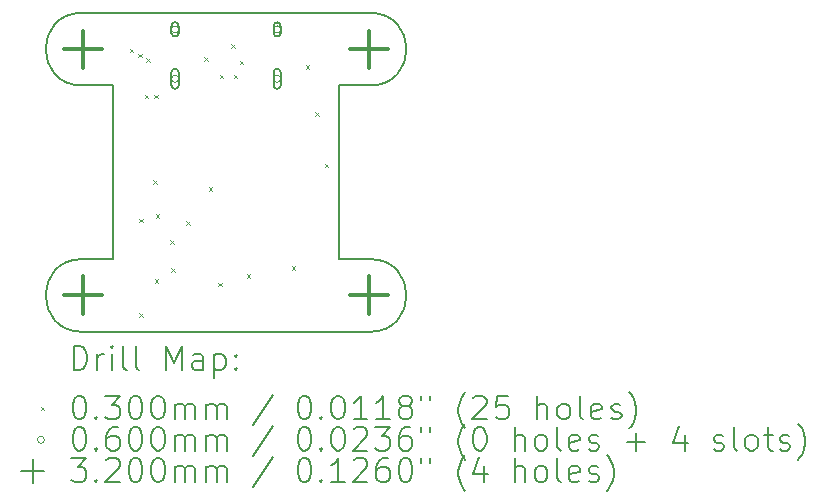
<source format=gbr>
%TF.GenerationSoftware,KiCad,Pcbnew,7.0.1-0*%
%TF.CreationDate,2023-11-28T20:23:42+01:00*%
%TF.ProjectId,Smart_Lamps,536d6172-745f-44c6-916d-70732e6b6963,rev?*%
%TF.SameCoordinates,Original*%
%TF.FileFunction,Drillmap*%
%TF.FilePolarity,Positive*%
%FSLAX45Y45*%
G04 Gerber Fmt 4.5, Leading zero omitted, Abs format (unit mm)*
G04 Created by KiCad (PCBNEW 7.0.1-0) date 2023-11-28 20:23:42*
%MOMM*%
%LPD*%
G01*
G04 APERTURE LIST*
%ADD10C,0.200000*%
%ADD11C,0.030000*%
%ADD12C,0.060000*%
%ADD13C,0.320000*%
G04 APERTURE END LIST*
D10*
X12860000Y-10715000D02*
X12860000Y-12185000D01*
X13820000Y-12800000D02*
X12860000Y-12800000D01*
X12600000Y-10100000D02*
X12860000Y-10100000D01*
X13820000Y-12800000D02*
X14780000Y-12800000D01*
X15040000Y-10100000D02*
X14780000Y-10100000D01*
X12600000Y-10715000D02*
X12860000Y-10715000D01*
X15040000Y-12185000D02*
X14780000Y-12185000D01*
X15040000Y-10715000D02*
X14780000Y-10715000D01*
X12600000Y-10100000D02*
G75*
G03*
X12600000Y-10715000I0J-307500D01*
G01*
X13820000Y-10100000D02*
X12860000Y-10100000D01*
X15040000Y-12800000D02*
G75*
G03*
X15040000Y-12185000I0J307500D01*
G01*
X13820000Y-10100000D02*
X14780000Y-10100000D01*
X15040000Y-12800000D02*
X14780000Y-12800000D01*
X12600000Y-12800000D02*
X12860000Y-12800000D01*
X14780000Y-10715000D02*
X14780000Y-12185000D01*
X12600000Y-12185000D02*
G75*
G03*
X12600000Y-12800000I0J-307500D01*
G01*
X12600000Y-12185000D02*
X12860000Y-12185000D01*
X15040000Y-10715000D02*
G75*
G03*
X15040000Y-10100000I0J307500D01*
G01*
D11*
X13005000Y-10405000D02*
X13035000Y-10435000D01*
X13035000Y-10405000D02*
X13005000Y-10435000D01*
X13075000Y-10445000D02*
X13105000Y-10475000D01*
X13105000Y-10445000D02*
X13075000Y-10475000D01*
X13085000Y-11845000D02*
X13115000Y-11875000D01*
X13115000Y-11845000D02*
X13085000Y-11875000D01*
X13085000Y-12645000D02*
X13115000Y-12675000D01*
X13115000Y-12645000D02*
X13085000Y-12675000D01*
X13130000Y-10795000D02*
X13160000Y-10825000D01*
X13160000Y-10795000D02*
X13130000Y-10825000D01*
X13145000Y-10485000D02*
X13175000Y-10515000D01*
X13175000Y-10485000D02*
X13145000Y-10515000D01*
X13202650Y-11515587D02*
X13232650Y-11545587D01*
X13232650Y-11515587D02*
X13202650Y-11545587D01*
X13210000Y-10795000D02*
X13240000Y-10825000D01*
X13240000Y-10795000D02*
X13210000Y-10825000D01*
X13215000Y-12355000D02*
X13245000Y-12385000D01*
X13245000Y-12355000D02*
X13215000Y-12385000D01*
X13225000Y-11805000D02*
X13255000Y-11835000D01*
X13255000Y-11805000D02*
X13225000Y-11835000D01*
X13345000Y-12025000D02*
X13375000Y-12055000D01*
X13375000Y-12025000D02*
X13345000Y-12055000D01*
X13356371Y-12263629D02*
X13386371Y-12293629D01*
X13386371Y-12263629D02*
X13356371Y-12293629D01*
X13485000Y-11865000D02*
X13515000Y-11895000D01*
X13515000Y-11865000D02*
X13485000Y-11895000D01*
X13635000Y-10475000D02*
X13665000Y-10505000D01*
X13665000Y-10475000D02*
X13635000Y-10505000D01*
X13675000Y-11575000D02*
X13705000Y-11605000D01*
X13705000Y-11575000D02*
X13675000Y-11605000D01*
X13755000Y-12385000D02*
X13785000Y-12415000D01*
X13785000Y-12385000D02*
X13755000Y-12415000D01*
X13765000Y-10625000D02*
X13795000Y-10655000D01*
X13795000Y-10625000D02*
X13765000Y-10655000D01*
X13865000Y-10365000D02*
X13895000Y-10395000D01*
X13895000Y-10365000D02*
X13865000Y-10395000D01*
X13885000Y-10625000D02*
X13915000Y-10655000D01*
X13915000Y-10625000D02*
X13885000Y-10655000D01*
X13935000Y-10505000D02*
X13965000Y-10535000D01*
X13965000Y-10505000D02*
X13935000Y-10535000D01*
X13995000Y-12315000D02*
X14025000Y-12345000D01*
X14025000Y-12315000D02*
X13995000Y-12345000D01*
X14375000Y-12245000D02*
X14405000Y-12275000D01*
X14405000Y-12245000D02*
X14375000Y-12275000D01*
X14495000Y-10545000D02*
X14525000Y-10575000D01*
X14525000Y-10545000D02*
X14495000Y-10575000D01*
X14575000Y-10940000D02*
X14605000Y-10970000D01*
X14605000Y-10940000D02*
X14575000Y-10970000D01*
X14655000Y-11377650D02*
X14685000Y-11407650D01*
X14685000Y-11377650D02*
X14655000Y-11407650D01*
D12*
X13418000Y-10240000D02*
G75*
G03*
X13418000Y-10240000I-30000J0D01*
G01*
D10*
X13418000Y-10270000D02*
X13418000Y-10210000D01*
X13418000Y-10210000D02*
G75*
G03*
X13358000Y-10210000I-30000J0D01*
G01*
X13358000Y-10210000D02*
X13358000Y-10270000D01*
X13358000Y-10270000D02*
G75*
G03*
X13418000Y-10270000I30000J0D01*
G01*
D12*
X13418000Y-10658000D02*
G75*
G03*
X13418000Y-10658000I-30000J0D01*
G01*
D10*
X13418000Y-10713000D02*
X13418000Y-10603000D01*
X13418000Y-10603000D02*
G75*
G03*
X13358000Y-10603000I-30000J0D01*
G01*
X13358000Y-10603000D02*
X13358000Y-10713000D01*
X13358000Y-10713000D02*
G75*
G03*
X13418000Y-10713000I30000J0D01*
G01*
D12*
X14282000Y-10240000D02*
G75*
G03*
X14282000Y-10240000I-30000J0D01*
G01*
D10*
X14282000Y-10270000D02*
X14282000Y-10210000D01*
X14282000Y-10210000D02*
G75*
G03*
X14222000Y-10210000I-30000J0D01*
G01*
X14222000Y-10210000D02*
X14222000Y-10270000D01*
X14222000Y-10270000D02*
G75*
G03*
X14282000Y-10270000I30000J0D01*
G01*
D12*
X14282000Y-10658000D02*
G75*
G03*
X14282000Y-10658000I-30000J0D01*
G01*
D10*
X14282000Y-10713000D02*
X14282000Y-10603000D01*
X14282000Y-10603000D02*
G75*
G03*
X14222000Y-10603000I-30000J0D01*
G01*
X14222000Y-10603000D02*
X14222000Y-10713000D01*
X14222000Y-10713000D02*
G75*
G03*
X14282000Y-10713000I30000J0D01*
G01*
D13*
X12610000Y-10250000D02*
X12610000Y-10570000D01*
X12450000Y-10410000D02*
X12770000Y-10410000D01*
X12610000Y-12330000D02*
X12610000Y-12650000D01*
X12450000Y-12490000D02*
X12770000Y-12490000D01*
X15030000Y-10250000D02*
X15030000Y-10570000D01*
X14870000Y-10410000D02*
X15190000Y-10410000D01*
X15030000Y-12330000D02*
X15030000Y-12650000D01*
X14870000Y-12490000D02*
X15190000Y-12490000D01*
D10*
X12530119Y-13122524D02*
X12530119Y-12922524D01*
X12530119Y-12922524D02*
X12577738Y-12922524D01*
X12577738Y-12922524D02*
X12606309Y-12932048D01*
X12606309Y-12932048D02*
X12625357Y-12951095D01*
X12625357Y-12951095D02*
X12634881Y-12970143D01*
X12634881Y-12970143D02*
X12644405Y-13008238D01*
X12644405Y-13008238D02*
X12644405Y-13036809D01*
X12644405Y-13036809D02*
X12634881Y-13074905D01*
X12634881Y-13074905D02*
X12625357Y-13093952D01*
X12625357Y-13093952D02*
X12606309Y-13113000D01*
X12606309Y-13113000D02*
X12577738Y-13122524D01*
X12577738Y-13122524D02*
X12530119Y-13122524D01*
X12730119Y-13122524D02*
X12730119Y-12989190D01*
X12730119Y-13027286D02*
X12739643Y-13008238D01*
X12739643Y-13008238D02*
X12749167Y-12998714D01*
X12749167Y-12998714D02*
X12768214Y-12989190D01*
X12768214Y-12989190D02*
X12787262Y-12989190D01*
X12853928Y-13122524D02*
X12853928Y-12989190D01*
X12853928Y-12922524D02*
X12844405Y-12932048D01*
X12844405Y-12932048D02*
X12853928Y-12941571D01*
X12853928Y-12941571D02*
X12863452Y-12932048D01*
X12863452Y-12932048D02*
X12853928Y-12922524D01*
X12853928Y-12922524D02*
X12853928Y-12941571D01*
X12977738Y-13122524D02*
X12958690Y-13113000D01*
X12958690Y-13113000D02*
X12949167Y-13093952D01*
X12949167Y-13093952D02*
X12949167Y-12922524D01*
X13082500Y-13122524D02*
X13063452Y-13113000D01*
X13063452Y-13113000D02*
X13053928Y-13093952D01*
X13053928Y-13093952D02*
X13053928Y-12922524D01*
X13311071Y-13122524D02*
X13311071Y-12922524D01*
X13311071Y-12922524D02*
X13377738Y-13065381D01*
X13377738Y-13065381D02*
X13444405Y-12922524D01*
X13444405Y-12922524D02*
X13444405Y-13122524D01*
X13625357Y-13122524D02*
X13625357Y-13017762D01*
X13625357Y-13017762D02*
X13615833Y-12998714D01*
X13615833Y-12998714D02*
X13596786Y-12989190D01*
X13596786Y-12989190D02*
X13558690Y-12989190D01*
X13558690Y-12989190D02*
X13539643Y-12998714D01*
X13625357Y-13113000D02*
X13606309Y-13122524D01*
X13606309Y-13122524D02*
X13558690Y-13122524D01*
X13558690Y-13122524D02*
X13539643Y-13113000D01*
X13539643Y-13113000D02*
X13530119Y-13093952D01*
X13530119Y-13093952D02*
X13530119Y-13074905D01*
X13530119Y-13074905D02*
X13539643Y-13055857D01*
X13539643Y-13055857D02*
X13558690Y-13046333D01*
X13558690Y-13046333D02*
X13606309Y-13046333D01*
X13606309Y-13046333D02*
X13625357Y-13036809D01*
X13720595Y-12989190D02*
X13720595Y-13189190D01*
X13720595Y-12998714D02*
X13739643Y-12989190D01*
X13739643Y-12989190D02*
X13777738Y-12989190D01*
X13777738Y-12989190D02*
X13796786Y-12998714D01*
X13796786Y-12998714D02*
X13806309Y-13008238D01*
X13806309Y-13008238D02*
X13815833Y-13027286D01*
X13815833Y-13027286D02*
X13815833Y-13084428D01*
X13815833Y-13084428D02*
X13806309Y-13103476D01*
X13806309Y-13103476D02*
X13796786Y-13113000D01*
X13796786Y-13113000D02*
X13777738Y-13122524D01*
X13777738Y-13122524D02*
X13739643Y-13122524D01*
X13739643Y-13122524D02*
X13720595Y-13113000D01*
X13901548Y-13103476D02*
X13911071Y-13113000D01*
X13911071Y-13113000D02*
X13901548Y-13122524D01*
X13901548Y-13122524D02*
X13892024Y-13113000D01*
X13892024Y-13113000D02*
X13901548Y-13103476D01*
X13901548Y-13103476D02*
X13901548Y-13122524D01*
X13901548Y-12998714D02*
X13911071Y-13008238D01*
X13911071Y-13008238D02*
X13901548Y-13017762D01*
X13901548Y-13017762D02*
X13892024Y-13008238D01*
X13892024Y-13008238D02*
X13901548Y-12998714D01*
X13901548Y-12998714D02*
X13901548Y-13017762D01*
D11*
X12252500Y-13435000D02*
X12282500Y-13465000D01*
X12282500Y-13435000D02*
X12252500Y-13465000D01*
D10*
X12568214Y-13342524D02*
X12587262Y-13342524D01*
X12587262Y-13342524D02*
X12606309Y-13352048D01*
X12606309Y-13352048D02*
X12615833Y-13361571D01*
X12615833Y-13361571D02*
X12625357Y-13380619D01*
X12625357Y-13380619D02*
X12634881Y-13418714D01*
X12634881Y-13418714D02*
X12634881Y-13466333D01*
X12634881Y-13466333D02*
X12625357Y-13504428D01*
X12625357Y-13504428D02*
X12615833Y-13523476D01*
X12615833Y-13523476D02*
X12606309Y-13533000D01*
X12606309Y-13533000D02*
X12587262Y-13542524D01*
X12587262Y-13542524D02*
X12568214Y-13542524D01*
X12568214Y-13542524D02*
X12549167Y-13533000D01*
X12549167Y-13533000D02*
X12539643Y-13523476D01*
X12539643Y-13523476D02*
X12530119Y-13504428D01*
X12530119Y-13504428D02*
X12520595Y-13466333D01*
X12520595Y-13466333D02*
X12520595Y-13418714D01*
X12520595Y-13418714D02*
X12530119Y-13380619D01*
X12530119Y-13380619D02*
X12539643Y-13361571D01*
X12539643Y-13361571D02*
X12549167Y-13352048D01*
X12549167Y-13352048D02*
X12568214Y-13342524D01*
X12720595Y-13523476D02*
X12730119Y-13533000D01*
X12730119Y-13533000D02*
X12720595Y-13542524D01*
X12720595Y-13542524D02*
X12711071Y-13533000D01*
X12711071Y-13533000D02*
X12720595Y-13523476D01*
X12720595Y-13523476D02*
X12720595Y-13542524D01*
X12796786Y-13342524D02*
X12920595Y-13342524D01*
X12920595Y-13342524D02*
X12853928Y-13418714D01*
X12853928Y-13418714D02*
X12882500Y-13418714D01*
X12882500Y-13418714D02*
X12901548Y-13428238D01*
X12901548Y-13428238D02*
X12911071Y-13437762D01*
X12911071Y-13437762D02*
X12920595Y-13456809D01*
X12920595Y-13456809D02*
X12920595Y-13504428D01*
X12920595Y-13504428D02*
X12911071Y-13523476D01*
X12911071Y-13523476D02*
X12901548Y-13533000D01*
X12901548Y-13533000D02*
X12882500Y-13542524D01*
X12882500Y-13542524D02*
X12825357Y-13542524D01*
X12825357Y-13542524D02*
X12806309Y-13533000D01*
X12806309Y-13533000D02*
X12796786Y-13523476D01*
X13044405Y-13342524D02*
X13063452Y-13342524D01*
X13063452Y-13342524D02*
X13082500Y-13352048D01*
X13082500Y-13352048D02*
X13092024Y-13361571D01*
X13092024Y-13361571D02*
X13101548Y-13380619D01*
X13101548Y-13380619D02*
X13111071Y-13418714D01*
X13111071Y-13418714D02*
X13111071Y-13466333D01*
X13111071Y-13466333D02*
X13101548Y-13504428D01*
X13101548Y-13504428D02*
X13092024Y-13523476D01*
X13092024Y-13523476D02*
X13082500Y-13533000D01*
X13082500Y-13533000D02*
X13063452Y-13542524D01*
X13063452Y-13542524D02*
X13044405Y-13542524D01*
X13044405Y-13542524D02*
X13025357Y-13533000D01*
X13025357Y-13533000D02*
X13015833Y-13523476D01*
X13015833Y-13523476D02*
X13006309Y-13504428D01*
X13006309Y-13504428D02*
X12996786Y-13466333D01*
X12996786Y-13466333D02*
X12996786Y-13418714D01*
X12996786Y-13418714D02*
X13006309Y-13380619D01*
X13006309Y-13380619D02*
X13015833Y-13361571D01*
X13015833Y-13361571D02*
X13025357Y-13352048D01*
X13025357Y-13352048D02*
X13044405Y-13342524D01*
X13234881Y-13342524D02*
X13253929Y-13342524D01*
X13253929Y-13342524D02*
X13272976Y-13352048D01*
X13272976Y-13352048D02*
X13282500Y-13361571D01*
X13282500Y-13361571D02*
X13292024Y-13380619D01*
X13292024Y-13380619D02*
X13301548Y-13418714D01*
X13301548Y-13418714D02*
X13301548Y-13466333D01*
X13301548Y-13466333D02*
X13292024Y-13504428D01*
X13292024Y-13504428D02*
X13282500Y-13523476D01*
X13282500Y-13523476D02*
X13272976Y-13533000D01*
X13272976Y-13533000D02*
X13253929Y-13542524D01*
X13253929Y-13542524D02*
X13234881Y-13542524D01*
X13234881Y-13542524D02*
X13215833Y-13533000D01*
X13215833Y-13533000D02*
X13206309Y-13523476D01*
X13206309Y-13523476D02*
X13196786Y-13504428D01*
X13196786Y-13504428D02*
X13187262Y-13466333D01*
X13187262Y-13466333D02*
X13187262Y-13418714D01*
X13187262Y-13418714D02*
X13196786Y-13380619D01*
X13196786Y-13380619D02*
X13206309Y-13361571D01*
X13206309Y-13361571D02*
X13215833Y-13352048D01*
X13215833Y-13352048D02*
X13234881Y-13342524D01*
X13387262Y-13542524D02*
X13387262Y-13409190D01*
X13387262Y-13428238D02*
X13396786Y-13418714D01*
X13396786Y-13418714D02*
X13415833Y-13409190D01*
X13415833Y-13409190D02*
X13444405Y-13409190D01*
X13444405Y-13409190D02*
X13463452Y-13418714D01*
X13463452Y-13418714D02*
X13472976Y-13437762D01*
X13472976Y-13437762D02*
X13472976Y-13542524D01*
X13472976Y-13437762D02*
X13482500Y-13418714D01*
X13482500Y-13418714D02*
X13501548Y-13409190D01*
X13501548Y-13409190D02*
X13530119Y-13409190D01*
X13530119Y-13409190D02*
X13549167Y-13418714D01*
X13549167Y-13418714D02*
X13558690Y-13437762D01*
X13558690Y-13437762D02*
X13558690Y-13542524D01*
X13653929Y-13542524D02*
X13653929Y-13409190D01*
X13653929Y-13428238D02*
X13663452Y-13418714D01*
X13663452Y-13418714D02*
X13682500Y-13409190D01*
X13682500Y-13409190D02*
X13711071Y-13409190D01*
X13711071Y-13409190D02*
X13730119Y-13418714D01*
X13730119Y-13418714D02*
X13739643Y-13437762D01*
X13739643Y-13437762D02*
X13739643Y-13542524D01*
X13739643Y-13437762D02*
X13749167Y-13418714D01*
X13749167Y-13418714D02*
X13768214Y-13409190D01*
X13768214Y-13409190D02*
X13796786Y-13409190D01*
X13796786Y-13409190D02*
X13815833Y-13418714D01*
X13815833Y-13418714D02*
X13825357Y-13437762D01*
X13825357Y-13437762D02*
X13825357Y-13542524D01*
X14215833Y-13333000D02*
X14044405Y-13590143D01*
X14472976Y-13342524D02*
X14492024Y-13342524D01*
X14492024Y-13342524D02*
X14511072Y-13352048D01*
X14511072Y-13352048D02*
X14520595Y-13361571D01*
X14520595Y-13361571D02*
X14530119Y-13380619D01*
X14530119Y-13380619D02*
X14539643Y-13418714D01*
X14539643Y-13418714D02*
X14539643Y-13466333D01*
X14539643Y-13466333D02*
X14530119Y-13504428D01*
X14530119Y-13504428D02*
X14520595Y-13523476D01*
X14520595Y-13523476D02*
X14511072Y-13533000D01*
X14511072Y-13533000D02*
X14492024Y-13542524D01*
X14492024Y-13542524D02*
X14472976Y-13542524D01*
X14472976Y-13542524D02*
X14453929Y-13533000D01*
X14453929Y-13533000D02*
X14444405Y-13523476D01*
X14444405Y-13523476D02*
X14434881Y-13504428D01*
X14434881Y-13504428D02*
X14425357Y-13466333D01*
X14425357Y-13466333D02*
X14425357Y-13418714D01*
X14425357Y-13418714D02*
X14434881Y-13380619D01*
X14434881Y-13380619D02*
X14444405Y-13361571D01*
X14444405Y-13361571D02*
X14453929Y-13352048D01*
X14453929Y-13352048D02*
X14472976Y-13342524D01*
X14625357Y-13523476D02*
X14634881Y-13533000D01*
X14634881Y-13533000D02*
X14625357Y-13542524D01*
X14625357Y-13542524D02*
X14615833Y-13533000D01*
X14615833Y-13533000D02*
X14625357Y-13523476D01*
X14625357Y-13523476D02*
X14625357Y-13542524D01*
X14758691Y-13342524D02*
X14777738Y-13342524D01*
X14777738Y-13342524D02*
X14796786Y-13352048D01*
X14796786Y-13352048D02*
X14806310Y-13361571D01*
X14806310Y-13361571D02*
X14815833Y-13380619D01*
X14815833Y-13380619D02*
X14825357Y-13418714D01*
X14825357Y-13418714D02*
X14825357Y-13466333D01*
X14825357Y-13466333D02*
X14815833Y-13504428D01*
X14815833Y-13504428D02*
X14806310Y-13523476D01*
X14806310Y-13523476D02*
X14796786Y-13533000D01*
X14796786Y-13533000D02*
X14777738Y-13542524D01*
X14777738Y-13542524D02*
X14758691Y-13542524D01*
X14758691Y-13542524D02*
X14739643Y-13533000D01*
X14739643Y-13533000D02*
X14730119Y-13523476D01*
X14730119Y-13523476D02*
X14720595Y-13504428D01*
X14720595Y-13504428D02*
X14711072Y-13466333D01*
X14711072Y-13466333D02*
X14711072Y-13418714D01*
X14711072Y-13418714D02*
X14720595Y-13380619D01*
X14720595Y-13380619D02*
X14730119Y-13361571D01*
X14730119Y-13361571D02*
X14739643Y-13352048D01*
X14739643Y-13352048D02*
X14758691Y-13342524D01*
X15015833Y-13542524D02*
X14901548Y-13542524D01*
X14958691Y-13542524D02*
X14958691Y-13342524D01*
X14958691Y-13342524D02*
X14939643Y-13371095D01*
X14939643Y-13371095D02*
X14920595Y-13390143D01*
X14920595Y-13390143D02*
X14901548Y-13399667D01*
X15206310Y-13542524D02*
X15092024Y-13542524D01*
X15149167Y-13542524D02*
X15149167Y-13342524D01*
X15149167Y-13342524D02*
X15130119Y-13371095D01*
X15130119Y-13371095D02*
X15111072Y-13390143D01*
X15111072Y-13390143D02*
X15092024Y-13399667D01*
X15320595Y-13428238D02*
X15301548Y-13418714D01*
X15301548Y-13418714D02*
X15292024Y-13409190D01*
X15292024Y-13409190D02*
X15282500Y-13390143D01*
X15282500Y-13390143D02*
X15282500Y-13380619D01*
X15282500Y-13380619D02*
X15292024Y-13361571D01*
X15292024Y-13361571D02*
X15301548Y-13352048D01*
X15301548Y-13352048D02*
X15320595Y-13342524D01*
X15320595Y-13342524D02*
X15358691Y-13342524D01*
X15358691Y-13342524D02*
X15377738Y-13352048D01*
X15377738Y-13352048D02*
X15387262Y-13361571D01*
X15387262Y-13361571D02*
X15396786Y-13380619D01*
X15396786Y-13380619D02*
X15396786Y-13390143D01*
X15396786Y-13390143D02*
X15387262Y-13409190D01*
X15387262Y-13409190D02*
X15377738Y-13418714D01*
X15377738Y-13418714D02*
X15358691Y-13428238D01*
X15358691Y-13428238D02*
X15320595Y-13428238D01*
X15320595Y-13428238D02*
X15301548Y-13437762D01*
X15301548Y-13437762D02*
X15292024Y-13447286D01*
X15292024Y-13447286D02*
X15282500Y-13466333D01*
X15282500Y-13466333D02*
X15282500Y-13504428D01*
X15282500Y-13504428D02*
X15292024Y-13523476D01*
X15292024Y-13523476D02*
X15301548Y-13533000D01*
X15301548Y-13533000D02*
X15320595Y-13542524D01*
X15320595Y-13542524D02*
X15358691Y-13542524D01*
X15358691Y-13542524D02*
X15377738Y-13533000D01*
X15377738Y-13533000D02*
X15387262Y-13523476D01*
X15387262Y-13523476D02*
X15396786Y-13504428D01*
X15396786Y-13504428D02*
X15396786Y-13466333D01*
X15396786Y-13466333D02*
X15387262Y-13447286D01*
X15387262Y-13447286D02*
X15377738Y-13437762D01*
X15377738Y-13437762D02*
X15358691Y-13428238D01*
X15472976Y-13342524D02*
X15472976Y-13380619D01*
X15549167Y-13342524D02*
X15549167Y-13380619D01*
X15844405Y-13618714D02*
X15834881Y-13609190D01*
X15834881Y-13609190D02*
X15815834Y-13580619D01*
X15815834Y-13580619D02*
X15806310Y-13561571D01*
X15806310Y-13561571D02*
X15796786Y-13533000D01*
X15796786Y-13533000D02*
X15787262Y-13485381D01*
X15787262Y-13485381D02*
X15787262Y-13447286D01*
X15787262Y-13447286D02*
X15796786Y-13399667D01*
X15796786Y-13399667D02*
X15806310Y-13371095D01*
X15806310Y-13371095D02*
X15815834Y-13352048D01*
X15815834Y-13352048D02*
X15834881Y-13323476D01*
X15834881Y-13323476D02*
X15844405Y-13313952D01*
X15911072Y-13361571D02*
X15920595Y-13352048D01*
X15920595Y-13352048D02*
X15939643Y-13342524D01*
X15939643Y-13342524D02*
X15987262Y-13342524D01*
X15987262Y-13342524D02*
X16006310Y-13352048D01*
X16006310Y-13352048D02*
X16015834Y-13361571D01*
X16015834Y-13361571D02*
X16025357Y-13380619D01*
X16025357Y-13380619D02*
X16025357Y-13399667D01*
X16025357Y-13399667D02*
X16015834Y-13428238D01*
X16015834Y-13428238D02*
X15901548Y-13542524D01*
X15901548Y-13542524D02*
X16025357Y-13542524D01*
X16206310Y-13342524D02*
X16111072Y-13342524D01*
X16111072Y-13342524D02*
X16101548Y-13437762D01*
X16101548Y-13437762D02*
X16111072Y-13428238D01*
X16111072Y-13428238D02*
X16130119Y-13418714D01*
X16130119Y-13418714D02*
X16177738Y-13418714D01*
X16177738Y-13418714D02*
X16196786Y-13428238D01*
X16196786Y-13428238D02*
X16206310Y-13437762D01*
X16206310Y-13437762D02*
X16215834Y-13456809D01*
X16215834Y-13456809D02*
X16215834Y-13504428D01*
X16215834Y-13504428D02*
X16206310Y-13523476D01*
X16206310Y-13523476D02*
X16196786Y-13533000D01*
X16196786Y-13533000D02*
X16177738Y-13542524D01*
X16177738Y-13542524D02*
X16130119Y-13542524D01*
X16130119Y-13542524D02*
X16111072Y-13533000D01*
X16111072Y-13533000D02*
X16101548Y-13523476D01*
X16453929Y-13542524D02*
X16453929Y-13342524D01*
X16539643Y-13542524D02*
X16539643Y-13437762D01*
X16539643Y-13437762D02*
X16530119Y-13418714D01*
X16530119Y-13418714D02*
X16511072Y-13409190D01*
X16511072Y-13409190D02*
X16482500Y-13409190D01*
X16482500Y-13409190D02*
X16463453Y-13418714D01*
X16463453Y-13418714D02*
X16453929Y-13428238D01*
X16663453Y-13542524D02*
X16644405Y-13533000D01*
X16644405Y-13533000D02*
X16634881Y-13523476D01*
X16634881Y-13523476D02*
X16625357Y-13504428D01*
X16625357Y-13504428D02*
X16625357Y-13447286D01*
X16625357Y-13447286D02*
X16634881Y-13428238D01*
X16634881Y-13428238D02*
X16644405Y-13418714D01*
X16644405Y-13418714D02*
X16663453Y-13409190D01*
X16663453Y-13409190D02*
X16692024Y-13409190D01*
X16692024Y-13409190D02*
X16711072Y-13418714D01*
X16711072Y-13418714D02*
X16720596Y-13428238D01*
X16720596Y-13428238D02*
X16730119Y-13447286D01*
X16730119Y-13447286D02*
X16730119Y-13504428D01*
X16730119Y-13504428D02*
X16720596Y-13523476D01*
X16720596Y-13523476D02*
X16711072Y-13533000D01*
X16711072Y-13533000D02*
X16692024Y-13542524D01*
X16692024Y-13542524D02*
X16663453Y-13542524D01*
X16844405Y-13542524D02*
X16825358Y-13533000D01*
X16825358Y-13533000D02*
X16815834Y-13513952D01*
X16815834Y-13513952D02*
X16815834Y-13342524D01*
X16996786Y-13533000D02*
X16977739Y-13542524D01*
X16977739Y-13542524D02*
X16939643Y-13542524D01*
X16939643Y-13542524D02*
X16920596Y-13533000D01*
X16920596Y-13533000D02*
X16911072Y-13513952D01*
X16911072Y-13513952D02*
X16911072Y-13437762D01*
X16911072Y-13437762D02*
X16920596Y-13418714D01*
X16920596Y-13418714D02*
X16939643Y-13409190D01*
X16939643Y-13409190D02*
X16977739Y-13409190D01*
X16977739Y-13409190D02*
X16996786Y-13418714D01*
X16996786Y-13418714D02*
X17006310Y-13437762D01*
X17006310Y-13437762D02*
X17006310Y-13456809D01*
X17006310Y-13456809D02*
X16911072Y-13475857D01*
X17082500Y-13533000D02*
X17101548Y-13542524D01*
X17101548Y-13542524D02*
X17139643Y-13542524D01*
X17139643Y-13542524D02*
X17158691Y-13533000D01*
X17158691Y-13533000D02*
X17168215Y-13513952D01*
X17168215Y-13513952D02*
X17168215Y-13504428D01*
X17168215Y-13504428D02*
X17158691Y-13485381D01*
X17158691Y-13485381D02*
X17139643Y-13475857D01*
X17139643Y-13475857D02*
X17111072Y-13475857D01*
X17111072Y-13475857D02*
X17092024Y-13466333D01*
X17092024Y-13466333D02*
X17082500Y-13447286D01*
X17082500Y-13447286D02*
X17082500Y-13437762D01*
X17082500Y-13437762D02*
X17092024Y-13418714D01*
X17092024Y-13418714D02*
X17111072Y-13409190D01*
X17111072Y-13409190D02*
X17139643Y-13409190D01*
X17139643Y-13409190D02*
X17158691Y-13418714D01*
X17234881Y-13618714D02*
X17244405Y-13609190D01*
X17244405Y-13609190D02*
X17263453Y-13580619D01*
X17263453Y-13580619D02*
X17272977Y-13561571D01*
X17272977Y-13561571D02*
X17282500Y-13533000D01*
X17282500Y-13533000D02*
X17292024Y-13485381D01*
X17292024Y-13485381D02*
X17292024Y-13447286D01*
X17292024Y-13447286D02*
X17282500Y-13399667D01*
X17282500Y-13399667D02*
X17272977Y-13371095D01*
X17272977Y-13371095D02*
X17263453Y-13352048D01*
X17263453Y-13352048D02*
X17244405Y-13323476D01*
X17244405Y-13323476D02*
X17234881Y-13313952D01*
D12*
X12282500Y-13714000D02*
G75*
G03*
X12282500Y-13714000I-30000J0D01*
G01*
D10*
X12568214Y-13606524D02*
X12587262Y-13606524D01*
X12587262Y-13606524D02*
X12606309Y-13616048D01*
X12606309Y-13616048D02*
X12615833Y-13625571D01*
X12615833Y-13625571D02*
X12625357Y-13644619D01*
X12625357Y-13644619D02*
X12634881Y-13682714D01*
X12634881Y-13682714D02*
X12634881Y-13730333D01*
X12634881Y-13730333D02*
X12625357Y-13768428D01*
X12625357Y-13768428D02*
X12615833Y-13787476D01*
X12615833Y-13787476D02*
X12606309Y-13797000D01*
X12606309Y-13797000D02*
X12587262Y-13806524D01*
X12587262Y-13806524D02*
X12568214Y-13806524D01*
X12568214Y-13806524D02*
X12549167Y-13797000D01*
X12549167Y-13797000D02*
X12539643Y-13787476D01*
X12539643Y-13787476D02*
X12530119Y-13768428D01*
X12530119Y-13768428D02*
X12520595Y-13730333D01*
X12520595Y-13730333D02*
X12520595Y-13682714D01*
X12520595Y-13682714D02*
X12530119Y-13644619D01*
X12530119Y-13644619D02*
X12539643Y-13625571D01*
X12539643Y-13625571D02*
X12549167Y-13616048D01*
X12549167Y-13616048D02*
X12568214Y-13606524D01*
X12720595Y-13787476D02*
X12730119Y-13797000D01*
X12730119Y-13797000D02*
X12720595Y-13806524D01*
X12720595Y-13806524D02*
X12711071Y-13797000D01*
X12711071Y-13797000D02*
X12720595Y-13787476D01*
X12720595Y-13787476D02*
X12720595Y-13806524D01*
X12901548Y-13606524D02*
X12863452Y-13606524D01*
X12863452Y-13606524D02*
X12844405Y-13616048D01*
X12844405Y-13616048D02*
X12834881Y-13625571D01*
X12834881Y-13625571D02*
X12815833Y-13654143D01*
X12815833Y-13654143D02*
X12806309Y-13692238D01*
X12806309Y-13692238D02*
X12806309Y-13768428D01*
X12806309Y-13768428D02*
X12815833Y-13787476D01*
X12815833Y-13787476D02*
X12825357Y-13797000D01*
X12825357Y-13797000D02*
X12844405Y-13806524D01*
X12844405Y-13806524D02*
X12882500Y-13806524D01*
X12882500Y-13806524D02*
X12901548Y-13797000D01*
X12901548Y-13797000D02*
X12911071Y-13787476D01*
X12911071Y-13787476D02*
X12920595Y-13768428D01*
X12920595Y-13768428D02*
X12920595Y-13720809D01*
X12920595Y-13720809D02*
X12911071Y-13701762D01*
X12911071Y-13701762D02*
X12901548Y-13692238D01*
X12901548Y-13692238D02*
X12882500Y-13682714D01*
X12882500Y-13682714D02*
X12844405Y-13682714D01*
X12844405Y-13682714D02*
X12825357Y-13692238D01*
X12825357Y-13692238D02*
X12815833Y-13701762D01*
X12815833Y-13701762D02*
X12806309Y-13720809D01*
X13044405Y-13606524D02*
X13063452Y-13606524D01*
X13063452Y-13606524D02*
X13082500Y-13616048D01*
X13082500Y-13616048D02*
X13092024Y-13625571D01*
X13092024Y-13625571D02*
X13101548Y-13644619D01*
X13101548Y-13644619D02*
X13111071Y-13682714D01*
X13111071Y-13682714D02*
X13111071Y-13730333D01*
X13111071Y-13730333D02*
X13101548Y-13768428D01*
X13101548Y-13768428D02*
X13092024Y-13787476D01*
X13092024Y-13787476D02*
X13082500Y-13797000D01*
X13082500Y-13797000D02*
X13063452Y-13806524D01*
X13063452Y-13806524D02*
X13044405Y-13806524D01*
X13044405Y-13806524D02*
X13025357Y-13797000D01*
X13025357Y-13797000D02*
X13015833Y-13787476D01*
X13015833Y-13787476D02*
X13006309Y-13768428D01*
X13006309Y-13768428D02*
X12996786Y-13730333D01*
X12996786Y-13730333D02*
X12996786Y-13682714D01*
X12996786Y-13682714D02*
X13006309Y-13644619D01*
X13006309Y-13644619D02*
X13015833Y-13625571D01*
X13015833Y-13625571D02*
X13025357Y-13616048D01*
X13025357Y-13616048D02*
X13044405Y-13606524D01*
X13234881Y-13606524D02*
X13253929Y-13606524D01*
X13253929Y-13606524D02*
X13272976Y-13616048D01*
X13272976Y-13616048D02*
X13282500Y-13625571D01*
X13282500Y-13625571D02*
X13292024Y-13644619D01*
X13292024Y-13644619D02*
X13301548Y-13682714D01*
X13301548Y-13682714D02*
X13301548Y-13730333D01*
X13301548Y-13730333D02*
X13292024Y-13768428D01*
X13292024Y-13768428D02*
X13282500Y-13787476D01*
X13282500Y-13787476D02*
X13272976Y-13797000D01*
X13272976Y-13797000D02*
X13253929Y-13806524D01*
X13253929Y-13806524D02*
X13234881Y-13806524D01*
X13234881Y-13806524D02*
X13215833Y-13797000D01*
X13215833Y-13797000D02*
X13206309Y-13787476D01*
X13206309Y-13787476D02*
X13196786Y-13768428D01*
X13196786Y-13768428D02*
X13187262Y-13730333D01*
X13187262Y-13730333D02*
X13187262Y-13682714D01*
X13187262Y-13682714D02*
X13196786Y-13644619D01*
X13196786Y-13644619D02*
X13206309Y-13625571D01*
X13206309Y-13625571D02*
X13215833Y-13616048D01*
X13215833Y-13616048D02*
X13234881Y-13606524D01*
X13387262Y-13806524D02*
X13387262Y-13673190D01*
X13387262Y-13692238D02*
X13396786Y-13682714D01*
X13396786Y-13682714D02*
X13415833Y-13673190D01*
X13415833Y-13673190D02*
X13444405Y-13673190D01*
X13444405Y-13673190D02*
X13463452Y-13682714D01*
X13463452Y-13682714D02*
X13472976Y-13701762D01*
X13472976Y-13701762D02*
X13472976Y-13806524D01*
X13472976Y-13701762D02*
X13482500Y-13682714D01*
X13482500Y-13682714D02*
X13501548Y-13673190D01*
X13501548Y-13673190D02*
X13530119Y-13673190D01*
X13530119Y-13673190D02*
X13549167Y-13682714D01*
X13549167Y-13682714D02*
X13558690Y-13701762D01*
X13558690Y-13701762D02*
X13558690Y-13806524D01*
X13653929Y-13806524D02*
X13653929Y-13673190D01*
X13653929Y-13692238D02*
X13663452Y-13682714D01*
X13663452Y-13682714D02*
X13682500Y-13673190D01*
X13682500Y-13673190D02*
X13711071Y-13673190D01*
X13711071Y-13673190D02*
X13730119Y-13682714D01*
X13730119Y-13682714D02*
X13739643Y-13701762D01*
X13739643Y-13701762D02*
X13739643Y-13806524D01*
X13739643Y-13701762D02*
X13749167Y-13682714D01*
X13749167Y-13682714D02*
X13768214Y-13673190D01*
X13768214Y-13673190D02*
X13796786Y-13673190D01*
X13796786Y-13673190D02*
X13815833Y-13682714D01*
X13815833Y-13682714D02*
X13825357Y-13701762D01*
X13825357Y-13701762D02*
X13825357Y-13806524D01*
X14215833Y-13597000D02*
X14044405Y-13854143D01*
X14472976Y-13606524D02*
X14492024Y-13606524D01*
X14492024Y-13606524D02*
X14511072Y-13616048D01*
X14511072Y-13616048D02*
X14520595Y-13625571D01*
X14520595Y-13625571D02*
X14530119Y-13644619D01*
X14530119Y-13644619D02*
X14539643Y-13682714D01*
X14539643Y-13682714D02*
X14539643Y-13730333D01*
X14539643Y-13730333D02*
X14530119Y-13768428D01*
X14530119Y-13768428D02*
X14520595Y-13787476D01*
X14520595Y-13787476D02*
X14511072Y-13797000D01*
X14511072Y-13797000D02*
X14492024Y-13806524D01*
X14492024Y-13806524D02*
X14472976Y-13806524D01*
X14472976Y-13806524D02*
X14453929Y-13797000D01*
X14453929Y-13797000D02*
X14444405Y-13787476D01*
X14444405Y-13787476D02*
X14434881Y-13768428D01*
X14434881Y-13768428D02*
X14425357Y-13730333D01*
X14425357Y-13730333D02*
X14425357Y-13682714D01*
X14425357Y-13682714D02*
X14434881Y-13644619D01*
X14434881Y-13644619D02*
X14444405Y-13625571D01*
X14444405Y-13625571D02*
X14453929Y-13616048D01*
X14453929Y-13616048D02*
X14472976Y-13606524D01*
X14625357Y-13787476D02*
X14634881Y-13797000D01*
X14634881Y-13797000D02*
X14625357Y-13806524D01*
X14625357Y-13806524D02*
X14615833Y-13797000D01*
X14615833Y-13797000D02*
X14625357Y-13787476D01*
X14625357Y-13787476D02*
X14625357Y-13806524D01*
X14758691Y-13606524D02*
X14777738Y-13606524D01*
X14777738Y-13606524D02*
X14796786Y-13616048D01*
X14796786Y-13616048D02*
X14806310Y-13625571D01*
X14806310Y-13625571D02*
X14815833Y-13644619D01*
X14815833Y-13644619D02*
X14825357Y-13682714D01*
X14825357Y-13682714D02*
X14825357Y-13730333D01*
X14825357Y-13730333D02*
X14815833Y-13768428D01*
X14815833Y-13768428D02*
X14806310Y-13787476D01*
X14806310Y-13787476D02*
X14796786Y-13797000D01*
X14796786Y-13797000D02*
X14777738Y-13806524D01*
X14777738Y-13806524D02*
X14758691Y-13806524D01*
X14758691Y-13806524D02*
X14739643Y-13797000D01*
X14739643Y-13797000D02*
X14730119Y-13787476D01*
X14730119Y-13787476D02*
X14720595Y-13768428D01*
X14720595Y-13768428D02*
X14711072Y-13730333D01*
X14711072Y-13730333D02*
X14711072Y-13682714D01*
X14711072Y-13682714D02*
X14720595Y-13644619D01*
X14720595Y-13644619D02*
X14730119Y-13625571D01*
X14730119Y-13625571D02*
X14739643Y-13616048D01*
X14739643Y-13616048D02*
X14758691Y-13606524D01*
X14901548Y-13625571D02*
X14911072Y-13616048D01*
X14911072Y-13616048D02*
X14930119Y-13606524D01*
X14930119Y-13606524D02*
X14977738Y-13606524D01*
X14977738Y-13606524D02*
X14996786Y-13616048D01*
X14996786Y-13616048D02*
X15006310Y-13625571D01*
X15006310Y-13625571D02*
X15015833Y-13644619D01*
X15015833Y-13644619D02*
X15015833Y-13663667D01*
X15015833Y-13663667D02*
X15006310Y-13692238D01*
X15006310Y-13692238D02*
X14892024Y-13806524D01*
X14892024Y-13806524D02*
X15015833Y-13806524D01*
X15082500Y-13606524D02*
X15206310Y-13606524D01*
X15206310Y-13606524D02*
X15139643Y-13682714D01*
X15139643Y-13682714D02*
X15168214Y-13682714D01*
X15168214Y-13682714D02*
X15187262Y-13692238D01*
X15187262Y-13692238D02*
X15196786Y-13701762D01*
X15196786Y-13701762D02*
X15206310Y-13720809D01*
X15206310Y-13720809D02*
X15206310Y-13768428D01*
X15206310Y-13768428D02*
X15196786Y-13787476D01*
X15196786Y-13787476D02*
X15187262Y-13797000D01*
X15187262Y-13797000D02*
X15168214Y-13806524D01*
X15168214Y-13806524D02*
X15111072Y-13806524D01*
X15111072Y-13806524D02*
X15092024Y-13797000D01*
X15092024Y-13797000D02*
X15082500Y-13787476D01*
X15377738Y-13606524D02*
X15339643Y-13606524D01*
X15339643Y-13606524D02*
X15320595Y-13616048D01*
X15320595Y-13616048D02*
X15311072Y-13625571D01*
X15311072Y-13625571D02*
X15292024Y-13654143D01*
X15292024Y-13654143D02*
X15282500Y-13692238D01*
X15282500Y-13692238D02*
X15282500Y-13768428D01*
X15282500Y-13768428D02*
X15292024Y-13787476D01*
X15292024Y-13787476D02*
X15301548Y-13797000D01*
X15301548Y-13797000D02*
X15320595Y-13806524D01*
X15320595Y-13806524D02*
X15358691Y-13806524D01*
X15358691Y-13806524D02*
X15377738Y-13797000D01*
X15377738Y-13797000D02*
X15387262Y-13787476D01*
X15387262Y-13787476D02*
X15396786Y-13768428D01*
X15396786Y-13768428D02*
X15396786Y-13720809D01*
X15396786Y-13720809D02*
X15387262Y-13701762D01*
X15387262Y-13701762D02*
X15377738Y-13692238D01*
X15377738Y-13692238D02*
X15358691Y-13682714D01*
X15358691Y-13682714D02*
X15320595Y-13682714D01*
X15320595Y-13682714D02*
X15301548Y-13692238D01*
X15301548Y-13692238D02*
X15292024Y-13701762D01*
X15292024Y-13701762D02*
X15282500Y-13720809D01*
X15472976Y-13606524D02*
X15472976Y-13644619D01*
X15549167Y-13606524D02*
X15549167Y-13644619D01*
X15844405Y-13882714D02*
X15834881Y-13873190D01*
X15834881Y-13873190D02*
X15815834Y-13844619D01*
X15815834Y-13844619D02*
X15806310Y-13825571D01*
X15806310Y-13825571D02*
X15796786Y-13797000D01*
X15796786Y-13797000D02*
X15787262Y-13749381D01*
X15787262Y-13749381D02*
X15787262Y-13711286D01*
X15787262Y-13711286D02*
X15796786Y-13663667D01*
X15796786Y-13663667D02*
X15806310Y-13635095D01*
X15806310Y-13635095D02*
X15815834Y-13616048D01*
X15815834Y-13616048D02*
X15834881Y-13587476D01*
X15834881Y-13587476D02*
X15844405Y-13577952D01*
X15958691Y-13606524D02*
X15977738Y-13606524D01*
X15977738Y-13606524D02*
X15996786Y-13616048D01*
X15996786Y-13616048D02*
X16006310Y-13625571D01*
X16006310Y-13625571D02*
X16015834Y-13644619D01*
X16015834Y-13644619D02*
X16025357Y-13682714D01*
X16025357Y-13682714D02*
X16025357Y-13730333D01*
X16025357Y-13730333D02*
X16015834Y-13768428D01*
X16015834Y-13768428D02*
X16006310Y-13787476D01*
X16006310Y-13787476D02*
X15996786Y-13797000D01*
X15996786Y-13797000D02*
X15977738Y-13806524D01*
X15977738Y-13806524D02*
X15958691Y-13806524D01*
X15958691Y-13806524D02*
X15939643Y-13797000D01*
X15939643Y-13797000D02*
X15930119Y-13787476D01*
X15930119Y-13787476D02*
X15920595Y-13768428D01*
X15920595Y-13768428D02*
X15911072Y-13730333D01*
X15911072Y-13730333D02*
X15911072Y-13682714D01*
X15911072Y-13682714D02*
X15920595Y-13644619D01*
X15920595Y-13644619D02*
X15930119Y-13625571D01*
X15930119Y-13625571D02*
X15939643Y-13616048D01*
X15939643Y-13616048D02*
X15958691Y-13606524D01*
X16263453Y-13806524D02*
X16263453Y-13606524D01*
X16349167Y-13806524D02*
X16349167Y-13701762D01*
X16349167Y-13701762D02*
X16339643Y-13682714D01*
X16339643Y-13682714D02*
X16320596Y-13673190D01*
X16320596Y-13673190D02*
X16292024Y-13673190D01*
X16292024Y-13673190D02*
X16272976Y-13682714D01*
X16272976Y-13682714D02*
X16263453Y-13692238D01*
X16472976Y-13806524D02*
X16453929Y-13797000D01*
X16453929Y-13797000D02*
X16444405Y-13787476D01*
X16444405Y-13787476D02*
X16434881Y-13768428D01*
X16434881Y-13768428D02*
X16434881Y-13711286D01*
X16434881Y-13711286D02*
X16444405Y-13692238D01*
X16444405Y-13692238D02*
X16453929Y-13682714D01*
X16453929Y-13682714D02*
X16472976Y-13673190D01*
X16472976Y-13673190D02*
X16501548Y-13673190D01*
X16501548Y-13673190D02*
X16520596Y-13682714D01*
X16520596Y-13682714D02*
X16530119Y-13692238D01*
X16530119Y-13692238D02*
X16539643Y-13711286D01*
X16539643Y-13711286D02*
X16539643Y-13768428D01*
X16539643Y-13768428D02*
X16530119Y-13787476D01*
X16530119Y-13787476D02*
X16520596Y-13797000D01*
X16520596Y-13797000D02*
X16501548Y-13806524D01*
X16501548Y-13806524D02*
X16472976Y-13806524D01*
X16653929Y-13806524D02*
X16634881Y-13797000D01*
X16634881Y-13797000D02*
X16625357Y-13777952D01*
X16625357Y-13777952D02*
X16625357Y-13606524D01*
X16806310Y-13797000D02*
X16787262Y-13806524D01*
X16787262Y-13806524D02*
X16749167Y-13806524D01*
X16749167Y-13806524D02*
X16730119Y-13797000D01*
X16730119Y-13797000D02*
X16720596Y-13777952D01*
X16720596Y-13777952D02*
X16720596Y-13701762D01*
X16720596Y-13701762D02*
X16730119Y-13682714D01*
X16730119Y-13682714D02*
X16749167Y-13673190D01*
X16749167Y-13673190D02*
X16787262Y-13673190D01*
X16787262Y-13673190D02*
X16806310Y-13682714D01*
X16806310Y-13682714D02*
X16815834Y-13701762D01*
X16815834Y-13701762D02*
X16815834Y-13720809D01*
X16815834Y-13720809D02*
X16720596Y-13739857D01*
X16892024Y-13797000D02*
X16911072Y-13806524D01*
X16911072Y-13806524D02*
X16949167Y-13806524D01*
X16949167Y-13806524D02*
X16968215Y-13797000D01*
X16968215Y-13797000D02*
X16977739Y-13777952D01*
X16977739Y-13777952D02*
X16977739Y-13768428D01*
X16977739Y-13768428D02*
X16968215Y-13749381D01*
X16968215Y-13749381D02*
X16949167Y-13739857D01*
X16949167Y-13739857D02*
X16920596Y-13739857D01*
X16920596Y-13739857D02*
X16901548Y-13730333D01*
X16901548Y-13730333D02*
X16892024Y-13711286D01*
X16892024Y-13711286D02*
X16892024Y-13701762D01*
X16892024Y-13701762D02*
X16901548Y-13682714D01*
X16901548Y-13682714D02*
X16920596Y-13673190D01*
X16920596Y-13673190D02*
X16949167Y-13673190D01*
X16949167Y-13673190D02*
X16968215Y-13682714D01*
X17215834Y-13730333D02*
X17368215Y-13730333D01*
X17292024Y-13806524D02*
X17292024Y-13654143D01*
X17701548Y-13673190D02*
X17701548Y-13806524D01*
X17653929Y-13597000D02*
X17606310Y-13739857D01*
X17606310Y-13739857D02*
X17730120Y-13739857D01*
X17949167Y-13797000D02*
X17968215Y-13806524D01*
X17968215Y-13806524D02*
X18006310Y-13806524D01*
X18006310Y-13806524D02*
X18025358Y-13797000D01*
X18025358Y-13797000D02*
X18034882Y-13777952D01*
X18034882Y-13777952D02*
X18034882Y-13768428D01*
X18034882Y-13768428D02*
X18025358Y-13749381D01*
X18025358Y-13749381D02*
X18006310Y-13739857D01*
X18006310Y-13739857D02*
X17977739Y-13739857D01*
X17977739Y-13739857D02*
X17958691Y-13730333D01*
X17958691Y-13730333D02*
X17949167Y-13711286D01*
X17949167Y-13711286D02*
X17949167Y-13701762D01*
X17949167Y-13701762D02*
X17958691Y-13682714D01*
X17958691Y-13682714D02*
X17977739Y-13673190D01*
X17977739Y-13673190D02*
X18006310Y-13673190D01*
X18006310Y-13673190D02*
X18025358Y-13682714D01*
X18149167Y-13806524D02*
X18130120Y-13797000D01*
X18130120Y-13797000D02*
X18120596Y-13777952D01*
X18120596Y-13777952D02*
X18120596Y-13606524D01*
X18253929Y-13806524D02*
X18234882Y-13797000D01*
X18234882Y-13797000D02*
X18225358Y-13787476D01*
X18225358Y-13787476D02*
X18215834Y-13768428D01*
X18215834Y-13768428D02*
X18215834Y-13711286D01*
X18215834Y-13711286D02*
X18225358Y-13692238D01*
X18225358Y-13692238D02*
X18234882Y-13682714D01*
X18234882Y-13682714D02*
X18253929Y-13673190D01*
X18253929Y-13673190D02*
X18282501Y-13673190D01*
X18282501Y-13673190D02*
X18301548Y-13682714D01*
X18301548Y-13682714D02*
X18311072Y-13692238D01*
X18311072Y-13692238D02*
X18320596Y-13711286D01*
X18320596Y-13711286D02*
X18320596Y-13768428D01*
X18320596Y-13768428D02*
X18311072Y-13787476D01*
X18311072Y-13787476D02*
X18301548Y-13797000D01*
X18301548Y-13797000D02*
X18282501Y-13806524D01*
X18282501Y-13806524D02*
X18253929Y-13806524D01*
X18377739Y-13673190D02*
X18453929Y-13673190D01*
X18406310Y-13606524D02*
X18406310Y-13777952D01*
X18406310Y-13777952D02*
X18415834Y-13797000D01*
X18415834Y-13797000D02*
X18434882Y-13806524D01*
X18434882Y-13806524D02*
X18453929Y-13806524D01*
X18511072Y-13797000D02*
X18530120Y-13806524D01*
X18530120Y-13806524D02*
X18568215Y-13806524D01*
X18568215Y-13806524D02*
X18587263Y-13797000D01*
X18587263Y-13797000D02*
X18596786Y-13777952D01*
X18596786Y-13777952D02*
X18596786Y-13768428D01*
X18596786Y-13768428D02*
X18587263Y-13749381D01*
X18587263Y-13749381D02*
X18568215Y-13739857D01*
X18568215Y-13739857D02*
X18539643Y-13739857D01*
X18539643Y-13739857D02*
X18520596Y-13730333D01*
X18520596Y-13730333D02*
X18511072Y-13711286D01*
X18511072Y-13711286D02*
X18511072Y-13701762D01*
X18511072Y-13701762D02*
X18520596Y-13682714D01*
X18520596Y-13682714D02*
X18539643Y-13673190D01*
X18539643Y-13673190D02*
X18568215Y-13673190D01*
X18568215Y-13673190D02*
X18587263Y-13682714D01*
X18663453Y-13882714D02*
X18672977Y-13873190D01*
X18672977Y-13873190D02*
X18692024Y-13844619D01*
X18692024Y-13844619D02*
X18701548Y-13825571D01*
X18701548Y-13825571D02*
X18711072Y-13797000D01*
X18711072Y-13797000D02*
X18720596Y-13749381D01*
X18720596Y-13749381D02*
X18720596Y-13711286D01*
X18720596Y-13711286D02*
X18711072Y-13663667D01*
X18711072Y-13663667D02*
X18701548Y-13635095D01*
X18701548Y-13635095D02*
X18692024Y-13616048D01*
X18692024Y-13616048D02*
X18672977Y-13587476D01*
X18672977Y-13587476D02*
X18663453Y-13577952D01*
X12182500Y-13878000D02*
X12182500Y-14078000D01*
X12082500Y-13978000D02*
X12282500Y-13978000D01*
X12511071Y-13870524D02*
X12634881Y-13870524D01*
X12634881Y-13870524D02*
X12568214Y-13946714D01*
X12568214Y-13946714D02*
X12596786Y-13946714D01*
X12596786Y-13946714D02*
X12615833Y-13956238D01*
X12615833Y-13956238D02*
X12625357Y-13965762D01*
X12625357Y-13965762D02*
X12634881Y-13984809D01*
X12634881Y-13984809D02*
X12634881Y-14032428D01*
X12634881Y-14032428D02*
X12625357Y-14051476D01*
X12625357Y-14051476D02*
X12615833Y-14061000D01*
X12615833Y-14061000D02*
X12596786Y-14070524D01*
X12596786Y-14070524D02*
X12539643Y-14070524D01*
X12539643Y-14070524D02*
X12520595Y-14061000D01*
X12520595Y-14061000D02*
X12511071Y-14051476D01*
X12720595Y-14051476D02*
X12730119Y-14061000D01*
X12730119Y-14061000D02*
X12720595Y-14070524D01*
X12720595Y-14070524D02*
X12711071Y-14061000D01*
X12711071Y-14061000D02*
X12720595Y-14051476D01*
X12720595Y-14051476D02*
X12720595Y-14070524D01*
X12806309Y-13889571D02*
X12815833Y-13880048D01*
X12815833Y-13880048D02*
X12834881Y-13870524D01*
X12834881Y-13870524D02*
X12882500Y-13870524D01*
X12882500Y-13870524D02*
X12901548Y-13880048D01*
X12901548Y-13880048D02*
X12911071Y-13889571D01*
X12911071Y-13889571D02*
X12920595Y-13908619D01*
X12920595Y-13908619D02*
X12920595Y-13927667D01*
X12920595Y-13927667D02*
X12911071Y-13956238D01*
X12911071Y-13956238D02*
X12796786Y-14070524D01*
X12796786Y-14070524D02*
X12920595Y-14070524D01*
X13044405Y-13870524D02*
X13063452Y-13870524D01*
X13063452Y-13870524D02*
X13082500Y-13880048D01*
X13082500Y-13880048D02*
X13092024Y-13889571D01*
X13092024Y-13889571D02*
X13101548Y-13908619D01*
X13101548Y-13908619D02*
X13111071Y-13946714D01*
X13111071Y-13946714D02*
X13111071Y-13994333D01*
X13111071Y-13994333D02*
X13101548Y-14032428D01*
X13101548Y-14032428D02*
X13092024Y-14051476D01*
X13092024Y-14051476D02*
X13082500Y-14061000D01*
X13082500Y-14061000D02*
X13063452Y-14070524D01*
X13063452Y-14070524D02*
X13044405Y-14070524D01*
X13044405Y-14070524D02*
X13025357Y-14061000D01*
X13025357Y-14061000D02*
X13015833Y-14051476D01*
X13015833Y-14051476D02*
X13006309Y-14032428D01*
X13006309Y-14032428D02*
X12996786Y-13994333D01*
X12996786Y-13994333D02*
X12996786Y-13946714D01*
X12996786Y-13946714D02*
X13006309Y-13908619D01*
X13006309Y-13908619D02*
X13015833Y-13889571D01*
X13015833Y-13889571D02*
X13025357Y-13880048D01*
X13025357Y-13880048D02*
X13044405Y-13870524D01*
X13234881Y-13870524D02*
X13253929Y-13870524D01*
X13253929Y-13870524D02*
X13272976Y-13880048D01*
X13272976Y-13880048D02*
X13282500Y-13889571D01*
X13282500Y-13889571D02*
X13292024Y-13908619D01*
X13292024Y-13908619D02*
X13301548Y-13946714D01*
X13301548Y-13946714D02*
X13301548Y-13994333D01*
X13301548Y-13994333D02*
X13292024Y-14032428D01*
X13292024Y-14032428D02*
X13282500Y-14051476D01*
X13282500Y-14051476D02*
X13272976Y-14061000D01*
X13272976Y-14061000D02*
X13253929Y-14070524D01*
X13253929Y-14070524D02*
X13234881Y-14070524D01*
X13234881Y-14070524D02*
X13215833Y-14061000D01*
X13215833Y-14061000D02*
X13206309Y-14051476D01*
X13206309Y-14051476D02*
X13196786Y-14032428D01*
X13196786Y-14032428D02*
X13187262Y-13994333D01*
X13187262Y-13994333D02*
X13187262Y-13946714D01*
X13187262Y-13946714D02*
X13196786Y-13908619D01*
X13196786Y-13908619D02*
X13206309Y-13889571D01*
X13206309Y-13889571D02*
X13215833Y-13880048D01*
X13215833Y-13880048D02*
X13234881Y-13870524D01*
X13387262Y-14070524D02*
X13387262Y-13937190D01*
X13387262Y-13956238D02*
X13396786Y-13946714D01*
X13396786Y-13946714D02*
X13415833Y-13937190D01*
X13415833Y-13937190D02*
X13444405Y-13937190D01*
X13444405Y-13937190D02*
X13463452Y-13946714D01*
X13463452Y-13946714D02*
X13472976Y-13965762D01*
X13472976Y-13965762D02*
X13472976Y-14070524D01*
X13472976Y-13965762D02*
X13482500Y-13946714D01*
X13482500Y-13946714D02*
X13501548Y-13937190D01*
X13501548Y-13937190D02*
X13530119Y-13937190D01*
X13530119Y-13937190D02*
X13549167Y-13946714D01*
X13549167Y-13946714D02*
X13558690Y-13965762D01*
X13558690Y-13965762D02*
X13558690Y-14070524D01*
X13653929Y-14070524D02*
X13653929Y-13937190D01*
X13653929Y-13956238D02*
X13663452Y-13946714D01*
X13663452Y-13946714D02*
X13682500Y-13937190D01*
X13682500Y-13937190D02*
X13711071Y-13937190D01*
X13711071Y-13937190D02*
X13730119Y-13946714D01*
X13730119Y-13946714D02*
X13739643Y-13965762D01*
X13739643Y-13965762D02*
X13739643Y-14070524D01*
X13739643Y-13965762D02*
X13749167Y-13946714D01*
X13749167Y-13946714D02*
X13768214Y-13937190D01*
X13768214Y-13937190D02*
X13796786Y-13937190D01*
X13796786Y-13937190D02*
X13815833Y-13946714D01*
X13815833Y-13946714D02*
X13825357Y-13965762D01*
X13825357Y-13965762D02*
X13825357Y-14070524D01*
X14215833Y-13861000D02*
X14044405Y-14118143D01*
X14472976Y-13870524D02*
X14492024Y-13870524D01*
X14492024Y-13870524D02*
X14511072Y-13880048D01*
X14511072Y-13880048D02*
X14520595Y-13889571D01*
X14520595Y-13889571D02*
X14530119Y-13908619D01*
X14530119Y-13908619D02*
X14539643Y-13946714D01*
X14539643Y-13946714D02*
X14539643Y-13994333D01*
X14539643Y-13994333D02*
X14530119Y-14032428D01*
X14530119Y-14032428D02*
X14520595Y-14051476D01*
X14520595Y-14051476D02*
X14511072Y-14061000D01*
X14511072Y-14061000D02*
X14492024Y-14070524D01*
X14492024Y-14070524D02*
X14472976Y-14070524D01*
X14472976Y-14070524D02*
X14453929Y-14061000D01*
X14453929Y-14061000D02*
X14444405Y-14051476D01*
X14444405Y-14051476D02*
X14434881Y-14032428D01*
X14434881Y-14032428D02*
X14425357Y-13994333D01*
X14425357Y-13994333D02*
X14425357Y-13946714D01*
X14425357Y-13946714D02*
X14434881Y-13908619D01*
X14434881Y-13908619D02*
X14444405Y-13889571D01*
X14444405Y-13889571D02*
X14453929Y-13880048D01*
X14453929Y-13880048D02*
X14472976Y-13870524D01*
X14625357Y-14051476D02*
X14634881Y-14061000D01*
X14634881Y-14061000D02*
X14625357Y-14070524D01*
X14625357Y-14070524D02*
X14615833Y-14061000D01*
X14615833Y-14061000D02*
X14625357Y-14051476D01*
X14625357Y-14051476D02*
X14625357Y-14070524D01*
X14825357Y-14070524D02*
X14711072Y-14070524D01*
X14768214Y-14070524D02*
X14768214Y-13870524D01*
X14768214Y-13870524D02*
X14749167Y-13899095D01*
X14749167Y-13899095D02*
X14730119Y-13918143D01*
X14730119Y-13918143D02*
X14711072Y-13927667D01*
X14901548Y-13889571D02*
X14911072Y-13880048D01*
X14911072Y-13880048D02*
X14930119Y-13870524D01*
X14930119Y-13870524D02*
X14977738Y-13870524D01*
X14977738Y-13870524D02*
X14996786Y-13880048D01*
X14996786Y-13880048D02*
X15006310Y-13889571D01*
X15006310Y-13889571D02*
X15015833Y-13908619D01*
X15015833Y-13908619D02*
X15015833Y-13927667D01*
X15015833Y-13927667D02*
X15006310Y-13956238D01*
X15006310Y-13956238D02*
X14892024Y-14070524D01*
X14892024Y-14070524D02*
X15015833Y-14070524D01*
X15187262Y-13870524D02*
X15149167Y-13870524D01*
X15149167Y-13870524D02*
X15130119Y-13880048D01*
X15130119Y-13880048D02*
X15120595Y-13889571D01*
X15120595Y-13889571D02*
X15101548Y-13918143D01*
X15101548Y-13918143D02*
X15092024Y-13956238D01*
X15092024Y-13956238D02*
X15092024Y-14032428D01*
X15092024Y-14032428D02*
X15101548Y-14051476D01*
X15101548Y-14051476D02*
X15111072Y-14061000D01*
X15111072Y-14061000D02*
X15130119Y-14070524D01*
X15130119Y-14070524D02*
X15168214Y-14070524D01*
X15168214Y-14070524D02*
X15187262Y-14061000D01*
X15187262Y-14061000D02*
X15196786Y-14051476D01*
X15196786Y-14051476D02*
X15206310Y-14032428D01*
X15206310Y-14032428D02*
X15206310Y-13984809D01*
X15206310Y-13984809D02*
X15196786Y-13965762D01*
X15196786Y-13965762D02*
X15187262Y-13956238D01*
X15187262Y-13956238D02*
X15168214Y-13946714D01*
X15168214Y-13946714D02*
X15130119Y-13946714D01*
X15130119Y-13946714D02*
X15111072Y-13956238D01*
X15111072Y-13956238D02*
X15101548Y-13965762D01*
X15101548Y-13965762D02*
X15092024Y-13984809D01*
X15330119Y-13870524D02*
X15349167Y-13870524D01*
X15349167Y-13870524D02*
X15368214Y-13880048D01*
X15368214Y-13880048D02*
X15377738Y-13889571D01*
X15377738Y-13889571D02*
X15387262Y-13908619D01*
X15387262Y-13908619D02*
X15396786Y-13946714D01*
X15396786Y-13946714D02*
X15396786Y-13994333D01*
X15396786Y-13994333D02*
X15387262Y-14032428D01*
X15387262Y-14032428D02*
X15377738Y-14051476D01*
X15377738Y-14051476D02*
X15368214Y-14061000D01*
X15368214Y-14061000D02*
X15349167Y-14070524D01*
X15349167Y-14070524D02*
X15330119Y-14070524D01*
X15330119Y-14070524D02*
X15311072Y-14061000D01*
X15311072Y-14061000D02*
X15301548Y-14051476D01*
X15301548Y-14051476D02*
X15292024Y-14032428D01*
X15292024Y-14032428D02*
X15282500Y-13994333D01*
X15282500Y-13994333D02*
X15282500Y-13946714D01*
X15282500Y-13946714D02*
X15292024Y-13908619D01*
X15292024Y-13908619D02*
X15301548Y-13889571D01*
X15301548Y-13889571D02*
X15311072Y-13880048D01*
X15311072Y-13880048D02*
X15330119Y-13870524D01*
X15472976Y-13870524D02*
X15472976Y-13908619D01*
X15549167Y-13870524D02*
X15549167Y-13908619D01*
X15844405Y-14146714D02*
X15834881Y-14137190D01*
X15834881Y-14137190D02*
X15815834Y-14108619D01*
X15815834Y-14108619D02*
X15806310Y-14089571D01*
X15806310Y-14089571D02*
X15796786Y-14061000D01*
X15796786Y-14061000D02*
X15787262Y-14013381D01*
X15787262Y-14013381D02*
X15787262Y-13975286D01*
X15787262Y-13975286D02*
X15796786Y-13927667D01*
X15796786Y-13927667D02*
X15806310Y-13899095D01*
X15806310Y-13899095D02*
X15815834Y-13880048D01*
X15815834Y-13880048D02*
X15834881Y-13851476D01*
X15834881Y-13851476D02*
X15844405Y-13841952D01*
X16006310Y-13937190D02*
X16006310Y-14070524D01*
X15958691Y-13861000D02*
X15911072Y-14003857D01*
X15911072Y-14003857D02*
X16034881Y-14003857D01*
X16263453Y-14070524D02*
X16263453Y-13870524D01*
X16349167Y-14070524D02*
X16349167Y-13965762D01*
X16349167Y-13965762D02*
X16339643Y-13946714D01*
X16339643Y-13946714D02*
X16320596Y-13937190D01*
X16320596Y-13937190D02*
X16292024Y-13937190D01*
X16292024Y-13937190D02*
X16272976Y-13946714D01*
X16272976Y-13946714D02*
X16263453Y-13956238D01*
X16472976Y-14070524D02*
X16453929Y-14061000D01*
X16453929Y-14061000D02*
X16444405Y-14051476D01*
X16444405Y-14051476D02*
X16434881Y-14032428D01*
X16434881Y-14032428D02*
X16434881Y-13975286D01*
X16434881Y-13975286D02*
X16444405Y-13956238D01*
X16444405Y-13956238D02*
X16453929Y-13946714D01*
X16453929Y-13946714D02*
X16472976Y-13937190D01*
X16472976Y-13937190D02*
X16501548Y-13937190D01*
X16501548Y-13937190D02*
X16520596Y-13946714D01*
X16520596Y-13946714D02*
X16530119Y-13956238D01*
X16530119Y-13956238D02*
X16539643Y-13975286D01*
X16539643Y-13975286D02*
X16539643Y-14032428D01*
X16539643Y-14032428D02*
X16530119Y-14051476D01*
X16530119Y-14051476D02*
X16520596Y-14061000D01*
X16520596Y-14061000D02*
X16501548Y-14070524D01*
X16501548Y-14070524D02*
X16472976Y-14070524D01*
X16653929Y-14070524D02*
X16634881Y-14061000D01*
X16634881Y-14061000D02*
X16625357Y-14041952D01*
X16625357Y-14041952D02*
X16625357Y-13870524D01*
X16806310Y-14061000D02*
X16787262Y-14070524D01*
X16787262Y-14070524D02*
X16749167Y-14070524D01*
X16749167Y-14070524D02*
X16730119Y-14061000D01*
X16730119Y-14061000D02*
X16720596Y-14041952D01*
X16720596Y-14041952D02*
X16720596Y-13965762D01*
X16720596Y-13965762D02*
X16730119Y-13946714D01*
X16730119Y-13946714D02*
X16749167Y-13937190D01*
X16749167Y-13937190D02*
X16787262Y-13937190D01*
X16787262Y-13937190D02*
X16806310Y-13946714D01*
X16806310Y-13946714D02*
X16815834Y-13965762D01*
X16815834Y-13965762D02*
X16815834Y-13984809D01*
X16815834Y-13984809D02*
X16720596Y-14003857D01*
X16892024Y-14061000D02*
X16911072Y-14070524D01*
X16911072Y-14070524D02*
X16949167Y-14070524D01*
X16949167Y-14070524D02*
X16968215Y-14061000D01*
X16968215Y-14061000D02*
X16977739Y-14041952D01*
X16977739Y-14041952D02*
X16977739Y-14032428D01*
X16977739Y-14032428D02*
X16968215Y-14013381D01*
X16968215Y-14013381D02*
X16949167Y-14003857D01*
X16949167Y-14003857D02*
X16920596Y-14003857D01*
X16920596Y-14003857D02*
X16901548Y-13994333D01*
X16901548Y-13994333D02*
X16892024Y-13975286D01*
X16892024Y-13975286D02*
X16892024Y-13965762D01*
X16892024Y-13965762D02*
X16901548Y-13946714D01*
X16901548Y-13946714D02*
X16920596Y-13937190D01*
X16920596Y-13937190D02*
X16949167Y-13937190D01*
X16949167Y-13937190D02*
X16968215Y-13946714D01*
X17044405Y-14146714D02*
X17053929Y-14137190D01*
X17053929Y-14137190D02*
X17072977Y-14108619D01*
X17072977Y-14108619D02*
X17082500Y-14089571D01*
X17082500Y-14089571D02*
X17092024Y-14061000D01*
X17092024Y-14061000D02*
X17101548Y-14013381D01*
X17101548Y-14013381D02*
X17101548Y-13975286D01*
X17101548Y-13975286D02*
X17092024Y-13927667D01*
X17092024Y-13927667D02*
X17082500Y-13899095D01*
X17082500Y-13899095D02*
X17072977Y-13880048D01*
X17072977Y-13880048D02*
X17053929Y-13851476D01*
X17053929Y-13851476D02*
X17044405Y-13841952D01*
M02*

</source>
